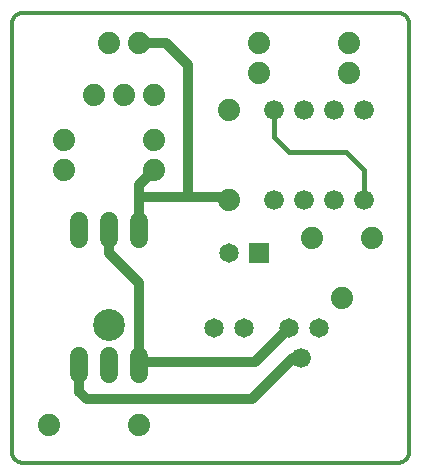
<source format=gtl>
G75*
%MOIN*%
%OFA0B0*%
%FSLAX24Y24*%
%IPPOS*%
%LPD*%
%AMOC8*
5,1,8,0,0,1.08239X$1,22.5*
%
%ADD10C,0.0120*%
%ADD11C,0.1065*%
%ADD12C,0.0660*%
%ADD13C,0.0600*%
%ADD14C,0.0740*%
%ADD15C,0.0650*%
%ADD16R,0.0650X0.0650*%
%ADD17C,0.0320*%
%ADD18C,0.0160*%
D10*
X000160Y000535D02*
X000160Y014785D01*
X000162Y014822D01*
X000167Y014858D01*
X000176Y014894D01*
X000189Y014929D01*
X000204Y014962D01*
X000223Y014993D01*
X000245Y015023D01*
X000270Y015050D01*
X000297Y015075D01*
X000327Y015097D01*
X000358Y015116D01*
X000391Y015131D01*
X000426Y015144D01*
X000462Y015153D01*
X000498Y015158D01*
X000535Y015160D01*
X013035Y015160D01*
X013072Y015158D01*
X013108Y015153D01*
X013144Y015144D01*
X013179Y015131D01*
X013212Y015116D01*
X013243Y015097D01*
X013273Y015075D01*
X013300Y015050D01*
X013325Y015023D01*
X013347Y014993D01*
X013366Y014962D01*
X013381Y014929D01*
X013394Y014894D01*
X013403Y014858D01*
X013408Y014822D01*
X013410Y014785D01*
X013410Y000535D01*
X013408Y000498D01*
X013403Y000462D01*
X013394Y000426D01*
X013381Y000391D01*
X013366Y000358D01*
X013347Y000327D01*
X013325Y000297D01*
X013300Y000270D01*
X013273Y000245D01*
X013243Y000223D01*
X013212Y000204D01*
X013179Y000189D01*
X013144Y000176D01*
X013108Y000167D01*
X013072Y000162D01*
X013035Y000160D01*
X000535Y000160D01*
X000498Y000162D01*
X000462Y000167D01*
X000426Y000176D01*
X000391Y000189D01*
X000358Y000204D01*
X000327Y000223D01*
X000297Y000245D01*
X000270Y000270D01*
X000245Y000297D01*
X000223Y000327D01*
X000204Y000358D01*
X000189Y000391D01*
X000176Y000426D01*
X000167Y000462D01*
X000162Y000498D01*
X000160Y000535D01*
D11*
X003410Y004760D03*
D12*
X008910Y008910D03*
X009910Y008910D03*
X010910Y008910D03*
X011910Y008910D03*
X011910Y011910D03*
X010910Y011910D03*
X009910Y011910D03*
X008910Y011910D03*
X009785Y003660D03*
D13*
X004410Y003710D02*
X004410Y003110D01*
X003410Y003110D02*
X003410Y003710D01*
X002410Y003710D02*
X002410Y003110D01*
X002410Y007610D02*
X002410Y008210D01*
X003410Y008210D02*
X003410Y007610D01*
X004410Y007610D02*
X004410Y008210D01*
D14*
X004910Y009910D03*
X004910Y010910D03*
X004910Y012410D03*
X003910Y012410D03*
X002910Y012410D03*
X001910Y010910D03*
X001910Y009910D03*
X003410Y014160D03*
X004410Y014160D03*
X007410Y011910D03*
X008410Y013160D03*
X008410Y014160D03*
X011410Y014160D03*
X011410Y013160D03*
X007410Y008910D03*
X010160Y007660D03*
X011160Y005660D03*
X012160Y007660D03*
X004410Y001410D03*
X001410Y001410D03*
D15*
X006910Y004660D03*
X007910Y004660D03*
X009410Y004660D03*
X010410Y004660D03*
X007410Y007160D03*
D16*
X008410Y007160D03*
D17*
X007410Y008910D02*
X007285Y009035D01*
X006035Y009035D01*
X006035Y013410D01*
X005285Y014160D01*
X004410Y014160D01*
X004910Y009910D02*
X004410Y009410D01*
X004410Y009035D01*
X006035Y009035D01*
X004410Y009035D02*
X004410Y007910D01*
X003410Y007910D02*
X003410Y007160D01*
X004410Y006160D01*
X004410Y003410D01*
X004514Y003514D01*
X008264Y003514D01*
X009410Y004660D01*
X009535Y003660D02*
X008160Y002285D01*
X002660Y002285D01*
X002410Y002535D01*
X002410Y003410D01*
X009535Y003660D02*
X009785Y003660D01*
D18*
X011910Y008910D02*
X011910Y009910D01*
X011285Y010535D01*
X009410Y010535D01*
X008910Y011035D01*
X008910Y011910D01*
M02*

</source>
